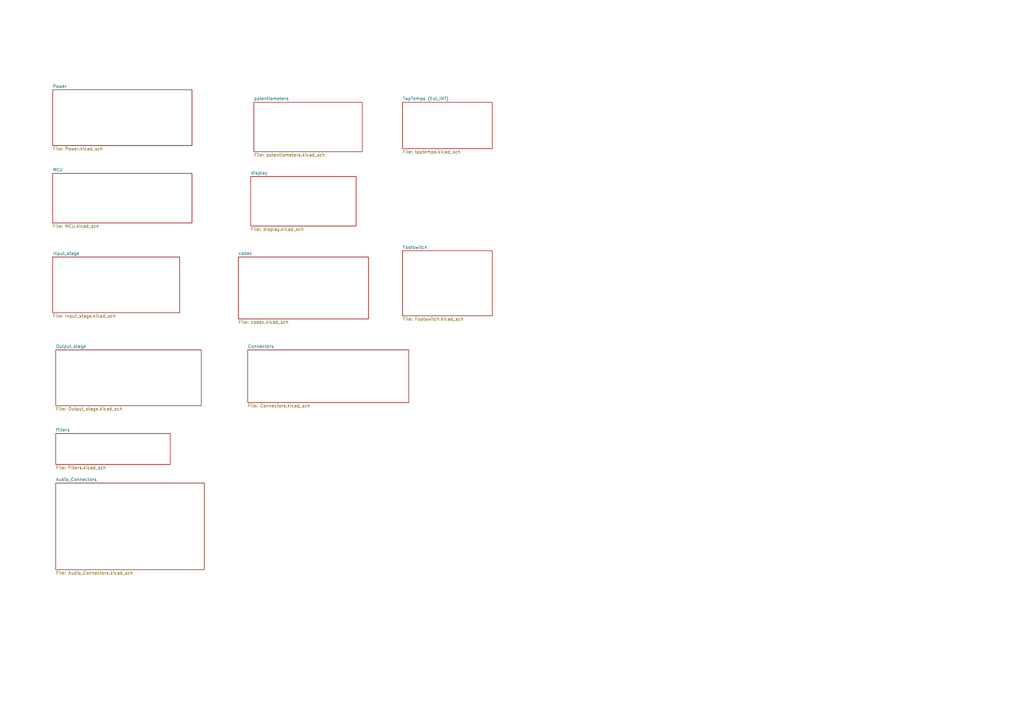
<source format=kicad_sch>
(kicad_sch (version 20230121) (generator eeschema)
  (paper "A3")
  (lib_symbols)
  (sheet (at 21.59 36.83) (size 57.15 22.86) (stroke (width 0.1524))
    (property "Sheetname" "Power" (at 21.59 36.1184 0) (effects (justify left bottom)))
    (property "Sheetfile" "Power.kicad_sch" (at 21.59 60.2746 0) (effects (justify left top)))
  )
  (sheet (at 21.59 71.12) (size 57.15 20.32) (stroke (width 0.1524))
    (property "Sheetname" "MCU" (at 21.59 70.4084 0) (effects (justify left bottom)))
    (property "Sheetfile" "MCU.kicad_sch" (at 21.59 92.0246 0) (effects (justify left top)))
  )
  (sheet (at 101.6 143.51) (size 66.04 21.59) (stroke (width 0.1524))
    (property "Sheetname" "Connectors" (at 101.6 142.7984 0) (effects (justify left bottom)))
    (property "Sheetfile" "Connectors.kicad_sch" (at 101.6 165.6846 0) (effects (justify left top)))
  )
  (sheet (at 22.86 143.51) (size 59.69 22.86) (stroke (width 0.1524))
    (property "Sheetname" "Output_stage" (at 22.86 142.7984 0) (effects (justify left bottom)))
    (property "Sheetfile" "Output_stage.kicad_sch" (at 22.86 166.9546 0) (effects (justify left top)))
  )
  (sheet (at 97.79 105.41) (size 53.34 25.4) (stroke (width 0.1524))
    (property "Sheetname" "codec" (at 97.79 104.6984 0) (effects (justify left bottom)))
    (property "Sheetfile" "codec.kicad_sch" (at 97.79 131.3946 0) (effects (justify left top)))
  )
  (sheet (at 22.86 177.8) (size 46.99 12.7) (stroke (width 0.1524))
    (property "Sheetname" "filters" (at 22.86 177.0884 0) (effects (justify left bottom)))
    (property "Sheetfile" "filters.kicad_sch" (at 22.86 191.0846 0) (effects (justify left top)))
  )
  (sheet (at 102.87 72.39) (size 43.18 20.32) (stroke (width 0.1524))
    (property "Sheetname" "display" (at 102.87 71.6784 0) (effects (justify left bottom)))
    (property "Sheetfile" "display.kicad_sch" (at 102.87 93.2946 0) (effects (justify left top)))
  )
  (sheet (at 165.1 102.87) (size 36.83 26.67) (stroke (width 0.1524))
    (property "Sheetname" "Footswitch" (at 165.1 102.1584 0) (effects (justify left bottom)))
    (property "Sheetfile" "Footswitch.kicad_sch" (at 165.1 130.1246 0) (effects (justify left top)))
  )
  (sheet (at 165.1 41.91) (size 36.83 19.05) (stroke (width 0.1524))
    (property "Sheetname" "TapTempo (Ext_INT)" (at 165.1 41.1984 0) (effects (justify left bottom)))
    (property "Sheetfile" "taptempo.kicad_sch" (at 165.1 61.5446 0) (effects (justify left top)))
  )
  (sheet (at 22.86 198.12) (size 60.96 35.56) (stroke (width 0.1524))
    (property "Sheetname" "Audio_Connectors" (at 22.86 197.4084 0) (effects (justify left bottom)))
    (property "Sheetfile" "Audio_Connectors.kicad_sch" (at 22.86 234.2646 0) (effects (justify left top)))
  )
  (sheet (at 21.59 105.41) (size 52.07 22.86) (stroke (width 0.1524))
    (property "Sheetname" "Input_stage" (at 21.59 104.6984 0) (effects (justify left bottom)))
    (property "Sheetfile" "Input_stage.kicad_sch" (at 21.59 128.8546 0) (effects (justify left top)))
  )
  (sheet (at 104.14 41.91) (size 44.45 20.32) (stroke (width 0.1524))
    (property "Sheetname" "potentiometers" (at 104.14 41.1984 0) (effects (justify left bottom)))
    (property "Sheetfile" "potentiometers.kicad_sch" (at 104.14 62.8146 0) (effects (justify left top)))
  )
)
</source>
